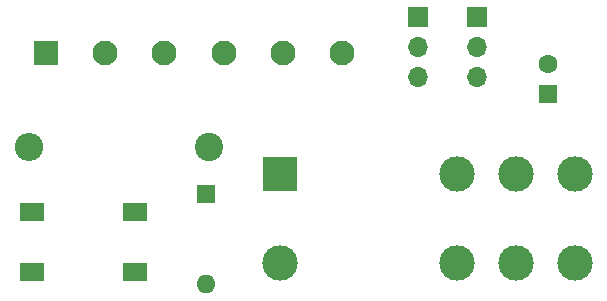
<source format=gbr>
%TF.GenerationSoftware,KiCad,Pcbnew,7.0.5*%
%TF.CreationDate,2023-09-05T23:41:28-04:00*%
%TF.ProjectId,relay-module,72656c61-792d-46d6-9f64-756c652e6b69,rev?*%
%TF.SameCoordinates,Original*%
%TF.FileFunction,Soldermask,Top*%
%TF.FilePolarity,Negative*%
%FSLAX46Y46*%
G04 Gerber Fmt 4.6, Leading zero omitted, Abs format (unit mm)*
G04 Created by KiCad (PCBNEW 7.0.5) date 2023-09-05 23:41:28*
%MOMM*%
%LPD*%
G01*
G04 APERTURE LIST*
%ADD10R,1.700000X1.700000*%
%ADD11O,1.700000X1.700000*%
%ADD12C,2.400000*%
%ADD13O,2.400000X2.400000*%
%ADD14C,3.000000*%
%ADD15R,3.000000X3.000000*%
%ADD16R,2.100000X2.100000*%
%ADD17C,2.100000*%
%ADD18R,1.600000X1.600000*%
%ADD19O,1.600000X1.600000*%
%ADD20R,2.000000X1.500000*%
%ADD21C,1.600000*%
G04 APERTURE END LIST*
D10*
%TO.C,JP2*%
X141000000Y-122000000D03*
D11*
X141000000Y-124540000D03*
X141000000Y-127080000D03*
%TD*%
D12*
%TO.C,R1*%
X118240000Y-133000000D03*
D13*
X103000000Y-133000000D03*
%TD*%
D14*
%TO.C,K1*%
X144292500Y-135292500D03*
X139292500Y-135292500D03*
X149292500Y-135292500D03*
X144292500Y-142792500D03*
X139292500Y-142792500D03*
X149292500Y-142792500D03*
D15*
X124292500Y-135292500D03*
D14*
X124292500Y-142792500D03*
%TD*%
D10*
%TO.C,JP1*%
X136000000Y-122000000D03*
D11*
X136000000Y-124540000D03*
X136000000Y-127080000D03*
%TD*%
D16*
%TO.C,J1*%
X104500000Y-125000000D03*
D17*
X109500000Y-125000000D03*
X114500000Y-125000000D03*
X119500000Y-125000000D03*
X124500000Y-125000000D03*
X129500000Y-125000000D03*
%TD*%
D18*
%TO.C,D2*%
X118000000Y-137000000D03*
D19*
X118000000Y-144620000D03*
%TD*%
D20*
%TO.C,D1*%
X112000000Y-143550000D03*
X112000000Y-138450000D03*
X103260000Y-138450000D03*
X103260000Y-143550000D03*
%TD*%
D18*
%TO.C,C1*%
X147000000Y-128500000D03*
D21*
X147000000Y-126000000D03*
%TD*%
M02*

</source>
